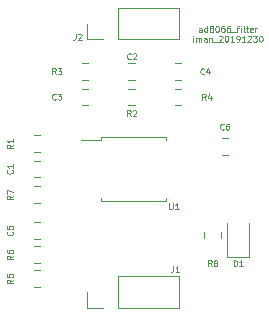
<source format=gbr>
G04 #@! TF.GenerationSoftware,KiCad,Pcbnew,(5.1.5)-3*
G04 #@! TF.CreationDate,2019-12-30T09:48:32+04:00*
G04 #@! TF.ProjectId,ad8066_filter,61643830-3636-45f6-9669-6c7465722e6b,rev?*
G04 #@! TF.SameCoordinates,Original*
G04 #@! TF.FileFunction,Legend,Top*
G04 #@! TF.FilePolarity,Positive*
%FSLAX46Y46*%
G04 Gerber Fmt 4.6, Leading zero omitted, Abs format (unit mm)*
G04 Created by KiCad (PCBNEW (5.1.5)-3) date 2019-12-30 09:48:32*
%MOMM*%
%LPD*%
G04 APERTURE LIST*
%ADD10C,0.076200*%
%ADD11C,0.120000*%
G04 APERTURE END LIST*
D10*
X170899666Y-78296709D02*
X170899666Y-78030614D01*
X170875476Y-77982233D01*
X170827095Y-77958042D01*
X170730333Y-77958042D01*
X170681952Y-77982233D01*
X170899666Y-78272519D02*
X170851285Y-78296709D01*
X170730333Y-78296709D01*
X170681952Y-78272519D01*
X170657761Y-78224138D01*
X170657761Y-78175757D01*
X170681952Y-78127376D01*
X170730333Y-78103185D01*
X170851285Y-78103185D01*
X170899666Y-78078995D01*
X171359285Y-78296709D02*
X171359285Y-77788709D01*
X171359285Y-78272519D02*
X171310904Y-78296709D01*
X171214142Y-78296709D01*
X171165761Y-78272519D01*
X171141571Y-78248328D01*
X171117380Y-78199947D01*
X171117380Y-78054804D01*
X171141571Y-78006423D01*
X171165761Y-77982233D01*
X171214142Y-77958042D01*
X171310904Y-77958042D01*
X171359285Y-77982233D01*
X171673761Y-78006423D02*
X171625380Y-77982233D01*
X171601190Y-77958042D01*
X171577000Y-77909661D01*
X171577000Y-77885471D01*
X171601190Y-77837090D01*
X171625380Y-77812900D01*
X171673761Y-77788709D01*
X171770523Y-77788709D01*
X171818904Y-77812900D01*
X171843095Y-77837090D01*
X171867285Y-77885471D01*
X171867285Y-77909661D01*
X171843095Y-77958042D01*
X171818904Y-77982233D01*
X171770523Y-78006423D01*
X171673761Y-78006423D01*
X171625380Y-78030614D01*
X171601190Y-78054804D01*
X171577000Y-78103185D01*
X171577000Y-78199947D01*
X171601190Y-78248328D01*
X171625380Y-78272519D01*
X171673761Y-78296709D01*
X171770523Y-78296709D01*
X171818904Y-78272519D01*
X171843095Y-78248328D01*
X171867285Y-78199947D01*
X171867285Y-78103185D01*
X171843095Y-78054804D01*
X171818904Y-78030614D01*
X171770523Y-78006423D01*
X172181761Y-77788709D02*
X172230142Y-77788709D01*
X172278523Y-77812900D01*
X172302714Y-77837090D01*
X172326904Y-77885471D01*
X172351095Y-77982233D01*
X172351095Y-78103185D01*
X172326904Y-78199947D01*
X172302714Y-78248328D01*
X172278523Y-78272519D01*
X172230142Y-78296709D01*
X172181761Y-78296709D01*
X172133380Y-78272519D01*
X172109190Y-78248328D01*
X172085000Y-78199947D01*
X172060809Y-78103185D01*
X172060809Y-77982233D01*
X172085000Y-77885471D01*
X172109190Y-77837090D01*
X172133380Y-77812900D01*
X172181761Y-77788709D01*
X172786523Y-77788709D02*
X172689761Y-77788709D01*
X172641380Y-77812900D01*
X172617190Y-77837090D01*
X172568809Y-77909661D01*
X172544619Y-78006423D01*
X172544619Y-78199947D01*
X172568809Y-78248328D01*
X172593000Y-78272519D01*
X172641380Y-78296709D01*
X172738142Y-78296709D01*
X172786523Y-78272519D01*
X172810714Y-78248328D01*
X172834904Y-78199947D01*
X172834904Y-78078995D01*
X172810714Y-78030614D01*
X172786523Y-78006423D01*
X172738142Y-77982233D01*
X172641380Y-77982233D01*
X172593000Y-78006423D01*
X172568809Y-78030614D01*
X172544619Y-78078995D01*
X173270333Y-77788709D02*
X173173571Y-77788709D01*
X173125190Y-77812900D01*
X173101000Y-77837090D01*
X173052619Y-77909661D01*
X173028428Y-78006423D01*
X173028428Y-78199947D01*
X173052619Y-78248328D01*
X173076809Y-78272519D01*
X173125190Y-78296709D01*
X173221952Y-78296709D01*
X173270333Y-78272519D01*
X173294523Y-78248328D01*
X173318714Y-78199947D01*
X173318714Y-78078995D01*
X173294523Y-78030614D01*
X173270333Y-78006423D01*
X173221952Y-77982233D01*
X173125190Y-77982233D01*
X173076809Y-78006423D01*
X173052619Y-78030614D01*
X173028428Y-78078995D01*
X173415476Y-78345090D02*
X173802523Y-78345090D01*
X173850904Y-77958042D02*
X174044428Y-77958042D01*
X173923476Y-78296709D02*
X173923476Y-77861280D01*
X173947666Y-77812900D01*
X173996047Y-77788709D01*
X174044428Y-77788709D01*
X174213761Y-78296709D02*
X174213761Y-77958042D01*
X174213761Y-77788709D02*
X174189571Y-77812900D01*
X174213761Y-77837090D01*
X174237952Y-77812900D01*
X174213761Y-77788709D01*
X174213761Y-77837090D01*
X174528238Y-78296709D02*
X174479857Y-78272519D01*
X174455666Y-78224138D01*
X174455666Y-77788709D01*
X174649190Y-77958042D02*
X174842714Y-77958042D01*
X174721761Y-77788709D02*
X174721761Y-78224138D01*
X174745952Y-78272519D01*
X174794333Y-78296709D01*
X174842714Y-78296709D01*
X175205571Y-78272519D02*
X175157190Y-78296709D01*
X175060428Y-78296709D01*
X175012047Y-78272519D01*
X174987857Y-78224138D01*
X174987857Y-78030614D01*
X175012047Y-77982233D01*
X175060428Y-77958042D01*
X175157190Y-77958042D01*
X175205571Y-77982233D01*
X175229761Y-78030614D01*
X175229761Y-78078995D01*
X174987857Y-78127376D01*
X175447476Y-78296709D02*
X175447476Y-77958042D01*
X175447476Y-78054804D02*
X175471666Y-78006423D01*
X175495857Y-77982233D01*
X175544238Y-77958042D01*
X175592619Y-77958042D01*
X170173952Y-79134909D02*
X170173952Y-78796242D01*
X170173952Y-78626909D02*
X170149761Y-78651100D01*
X170173952Y-78675290D01*
X170198142Y-78651100D01*
X170173952Y-78626909D01*
X170173952Y-78675290D01*
X170415857Y-79134909D02*
X170415857Y-78796242D01*
X170415857Y-78844623D02*
X170440047Y-78820433D01*
X170488428Y-78796242D01*
X170561000Y-78796242D01*
X170609380Y-78820433D01*
X170633571Y-78868814D01*
X170633571Y-79134909D01*
X170633571Y-78868814D02*
X170657761Y-78820433D01*
X170706142Y-78796242D01*
X170778714Y-78796242D01*
X170827095Y-78820433D01*
X170851285Y-78868814D01*
X170851285Y-79134909D01*
X171310904Y-79134909D02*
X171310904Y-78868814D01*
X171286714Y-78820433D01*
X171238333Y-78796242D01*
X171141571Y-78796242D01*
X171093190Y-78820433D01*
X171310904Y-79110719D02*
X171262523Y-79134909D01*
X171141571Y-79134909D01*
X171093190Y-79110719D01*
X171069000Y-79062338D01*
X171069000Y-79013957D01*
X171093190Y-78965576D01*
X171141571Y-78941385D01*
X171262523Y-78941385D01*
X171310904Y-78917195D01*
X171552809Y-78796242D02*
X171552809Y-79134909D01*
X171552809Y-78844623D02*
X171577000Y-78820433D01*
X171625380Y-78796242D01*
X171697952Y-78796242D01*
X171746333Y-78820433D01*
X171770523Y-78868814D01*
X171770523Y-79134909D01*
X171891476Y-79183290D02*
X172278523Y-79183290D01*
X172375285Y-78675290D02*
X172399476Y-78651100D01*
X172447857Y-78626909D01*
X172568809Y-78626909D01*
X172617190Y-78651100D01*
X172641380Y-78675290D01*
X172665571Y-78723671D01*
X172665571Y-78772052D01*
X172641380Y-78844623D01*
X172351095Y-79134909D01*
X172665571Y-79134909D01*
X172980047Y-78626909D02*
X173028428Y-78626909D01*
X173076809Y-78651100D01*
X173101000Y-78675290D01*
X173125190Y-78723671D01*
X173149380Y-78820433D01*
X173149380Y-78941385D01*
X173125190Y-79038147D01*
X173101000Y-79086528D01*
X173076809Y-79110719D01*
X173028428Y-79134909D01*
X172980047Y-79134909D01*
X172931666Y-79110719D01*
X172907476Y-79086528D01*
X172883285Y-79038147D01*
X172859095Y-78941385D01*
X172859095Y-78820433D01*
X172883285Y-78723671D01*
X172907476Y-78675290D01*
X172931666Y-78651100D01*
X172980047Y-78626909D01*
X173633190Y-79134909D02*
X173342904Y-79134909D01*
X173488047Y-79134909D02*
X173488047Y-78626909D01*
X173439666Y-78699480D01*
X173391285Y-78747861D01*
X173342904Y-78772052D01*
X173875095Y-79134909D02*
X173971857Y-79134909D01*
X174020238Y-79110719D01*
X174044428Y-79086528D01*
X174092809Y-79013957D01*
X174117000Y-78917195D01*
X174117000Y-78723671D01*
X174092809Y-78675290D01*
X174068619Y-78651100D01*
X174020238Y-78626909D01*
X173923476Y-78626909D01*
X173875095Y-78651100D01*
X173850904Y-78675290D01*
X173826714Y-78723671D01*
X173826714Y-78844623D01*
X173850904Y-78893004D01*
X173875095Y-78917195D01*
X173923476Y-78941385D01*
X174020238Y-78941385D01*
X174068619Y-78917195D01*
X174092809Y-78893004D01*
X174117000Y-78844623D01*
X174600809Y-79134909D02*
X174310523Y-79134909D01*
X174455666Y-79134909D02*
X174455666Y-78626909D01*
X174407285Y-78699480D01*
X174358904Y-78747861D01*
X174310523Y-78772052D01*
X174794333Y-78675290D02*
X174818523Y-78651100D01*
X174866904Y-78626909D01*
X174987857Y-78626909D01*
X175036238Y-78651100D01*
X175060428Y-78675290D01*
X175084619Y-78723671D01*
X175084619Y-78772052D01*
X175060428Y-78844623D01*
X174770142Y-79134909D01*
X175084619Y-79134909D01*
X175253952Y-78626909D02*
X175568428Y-78626909D01*
X175399095Y-78820433D01*
X175471666Y-78820433D01*
X175520047Y-78844623D01*
X175544238Y-78868814D01*
X175568428Y-78917195D01*
X175568428Y-79038147D01*
X175544238Y-79086528D01*
X175520047Y-79110719D01*
X175471666Y-79134909D01*
X175326523Y-79134909D01*
X175278142Y-79110719D01*
X175253952Y-79086528D01*
X175882904Y-78626909D02*
X175931285Y-78626909D01*
X175979666Y-78651100D01*
X176003857Y-78675290D01*
X176028047Y-78723671D01*
X176052238Y-78820433D01*
X176052238Y-78941385D01*
X176028047Y-79038147D01*
X176003857Y-79086528D01*
X175979666Y-79110719D01*
X175931285Y-79134909D01*
X175882904Y-79134909D01*
X175834523Y-79110719D01*
X175810333Y-79086528D01*
X175786142Y-79038147D01*
X175761952Y-78941385D01*
X175761952Y-78820433D01*
X175786142Y-78723671D01*
X175810333Y-78675290D01*
X175834523Y-78651100D01*
X175882904Y-78626909D01*
D11*
X172541000Y-95756252D02*
X172541000Y-95233748D01*
X171121000Y-95756252D02*
X171121000Y-95233748D01*
X174950000Y-97373000D02*
X174950000Y-94513000D01*
X173030000Y-97373000D02*
X174950000Y-97373000D01*
X173030000Y-94513000D02*
X173030000Y-97373000D01*
X169180252Y-80951000D02*
X168657748Y-80951000D01*
X169180252Y-82371000D02*
X168657748Y-82371000D01*
X169162252Y-83110000D02*
X168639748Y-83110000D01*
X169162252Y-84530000D02*
X168639748Y-84530000D01*
X172585748Y-88721000D02*
X173108252Y-88721000D01*
X172585748Y-87301000D02*
X173108252Y-87301000D01*
X162352500Y-87451000D02*
X160700000Y-87451000D01*
X162352500Y-87168500D02*
X162352500Y-87451000D01*
X165100000Y-87168500D02*
X162352500Y-87168500D01*
X167847500Y-87168500D02*
X167847500Y-87451000D01*
X165100000Y-87168500D02*
X167847500Y-87168500D01*
X162352500Y-92663500D02*
X162352500Y-92381000D01*
X165100000Y-92663500D02*
X162352500Y-92663500D01*
X167847500Y-92663500D02*
X167847500Y-92381000D01*
X165100000Y-92663500D02*
X167847500Y-92663500D01*
X157224252Y-91365000D02*
X156701748Y-91365000D01*
X157224252Y-92785000D02*
X156701748Y-92785000D01*
X156701748Y-97865000D02*
X157224252Y-97865000D01*
X156701748Y-96445000D02*
X157224252Y-96445000D01*
X157224252Y-98477000D02*
X156701748Y-98477000D01*
X157224252Y-99897000D02*
X156701748Y-99897000D01*
X161306252Y-80951000D02*
X160783748Y-80951000D01*
X161306252Y-82371000D02*
X160783748Y-82371000D01*
X165225252Y-83110000D02*
X164702748Y-83110000D01*
X165225252Y-84530000D02*
X164702748Y-84530000D01*
X157242252Y-87047000D02*
X156719748Y-87047000D01*
X157242252Y-88467000D02*
X156719748Y-88467000D01*
X161230000Y-78927000D02*
X161230000Y-77597000D01*
X162560000Y-78927000D02*
X161230000Y-78927000D01*
X163830000Y-78927000D02*
X163830000Y-76267000D01*
X163830000Y-76267000D02*
X168970000Y-76267000D01*
X163830000Y-78927000D02*
X168970000Y-78927000D01*
X168970000Y-78927000D02*
X168970000Y-76267000D01*
X161230000Y-101660000D02*
X161230000Y-100330000D01*
X162560000Y-101660000D02*
X161230000Y-101660000D01*
X163830000Y-101660000D02*
X163830000Y-99000000D01*
X163830000Y-99000000D02*
X168970000Y-99000000D01*
X163830000Y-101660000D02*
X168970000Y-101660000D01*
X168970000Y-101660000D02*
X168970000Y-99000000D01*
X156701748Y-95833000D02*
X157224252Y-95833000D01*
X156701748Y-94413000D02*
X157224252Y-94413000D01*
X161306252Y-83110000D02*
X160783748Y-83110000D01*
X161306252Y-84530000D02*
X160783748Y-84530000D01*
X165225252Y-80951000D02*
X164702748Y-80951000D01*
X165225252Y-82371000D02*
X164702748Y-82371000D01*
X156719748Y-90626000D02*
X157242252Y-90626000D01*
X156719748Y-89206000D02*
X157242252Y-89206000D01*
D10*
X171746333Y-98146809D02*
X171577000Y-97904904D01*
X171456047Y-98146809D02*
X171456047Y-97638809D01*
X171649571Y-97638809D01*
X171697952Y-97663000D01*
X171722142Y-97687190D01*
X171746333Y-97735571D01*
X171746333Y-97808142D01*
X171722142Y-97856523D01*
X171697952Y-97880714D01*
X171649571Y-97904904D01*
X171456047Y-97904904D01*
X172036619Y-97856523D02*
X171988238Y-97832333D01*
X171964047Y-97808142D01*
X171939857Y-97759761D01*
X171939857Y-97735571D01*
X171964047Y-97687190D01*
X171988238Y-97663000D01*
X172036619Y-97638809D01*
X172133380Y-97638809D01*
X172181761Y-97663000D01*
X172205952Y-97687190D01*
X172230142Y-97735571D01*
X172230142Y-97759761D01*
X172205952Y-97808142D01*
X172181761Y-97832333D01*
X172133380Y-97856523D01*
X172036619Y-97856523D01*
X171988238Y-97880714D01*
X171964047Y-97904904D01*
X171939857Y-97953285D01*
X171939857Y-98050047D01*
X171964047Y-98098428D01*
X171988238Y-98122619D01*
X172036619Y-98146809D01*
X172133380Y-98146809D01*
X172181761Y-98122619D01*
X172205952Y-98098428D01*
X172230142Y-98050047D01*
X172230142Y-97953285D01*
X172205952Y-97904904D01*
X172181761Y-97880714D01*
X172133380Y-97856523D01*
X173615047Y-98146809D02*
X173615047Y-97638809D01*
X173736000Y-97638809D01*
X173808571Y-97663000D01*
X173856952Y-97711380D01*
X173881142Y-97759761D01*
X173905333Y-97856523D01*
X173905333Y-97929095D01*
X173881142Y-98025857D01*
X173856952Y-98074238D01*
X173808571Y-98122619D01*
X173736000Y-98146809D01*
X173615047Y-98146809D01*
X174389142Y-98146809D02*
X174098857Y-98146809D01*
X174244000Y-98146809D02*
X174244000Y-97638809D01*
X174195619Y-97711380D01*
X174147238Y-97759761D01*
X174098857Y-97783952D01*
X171111333Y-81842428D02*
X171087142Y-81866619D01*
X171014571Y-81890809D01*
X170966190Y-81890809D01*
X170893619Y-81866619D01*
X170845238Y-81818238D01*
X170821047Y-81769857D01*
X170796857Y-81673095D01*
X170796857Y-81600523D01*
X170821047Y-81503761D01*
X170845238Y-81455380D01*
X170893619Y-81407000D01*
X170966190Y-81382809D01*
X171014571Y-81382809D01*
X171087142Y-81407000D01*
X171111333Y-81431190D01*
X171546761Y-81552142D02*
X171546761Y-81890809D01*
X171425809Y-81358619D02*
X171304857Y-81721476D01*
X171619333Y-81721476D01*
X171238333Y-84049809D02*
X171069000Y-83807904D01*
X170948047Y-84049809D02*
X170948047Y-83541809D01*
X171141571Y-83541809D01*
X171189952Y-83566000D01*
X171214142Y-83590190D01*
X171238333Y-83638571D01*
X171238333Y-83711142D01*
X171214142Y-83759523D01*
X171189952Y-83783714D01*
X171141571Y-83807904D01*
X170948047Y-83807904D01*
X171673761Y-83711142D02*
X171673761Y-84049809D01*
X171552809Y-83517619D02*
X171431857Y-83880476D01*
X171746333Y-83880476D01*
X172762333Y-86542428D02*
X172738142Y-86566619D01*
X172665571Y-86590809D01*
X172617190Y-86590809D01*
X172544619Y-86566619D01*
X172496238Y-86518238D01*
X172472047Y-86469857D01*
X172447857Y-86373095D01*
X172447857Y-86300523D01*
X172472047Y-86203761D01*
X172496238Y-86155380D01*
X172544619Y-86107000D01*
X172617190Y-86082809D01*
X172665571Y-86082809D01*
X172738142Y-86107000D01*
X172762333Y-86131190D01*
X173197761Y-86082809D02*
X173101000Y-86082809D01*
X173052619Y-86107000D01*
X173028428Y-86131190D01*
X172980047Y-86203761D01*
X172955857Y-86300523D01*
X172955857Y-86494047D01*
X172980047Y-86542428D01*
X173004238Y-86566619D01*
X173052619Y-86590809D01*
X173149380Y-86590809D01*
X173197761Y-86566619D01*
X173221952Y-86542428D01*
X173246142Y-86494047D01*
X173246142Y-86373095D01*
X173221952Y-86324714D01*
X173197761Y-86300523D01*
X173149380Y-86276333D01*
X173052619Y-86276333D01*
X173004238Y-86300523D01*
X172980047Y-86324714D01*
X172955857Y-86373095D01*
X168141952Y-92812809D02*
X168141952Y-93224047D01*
X168166142Y-93272428D01*
X168190333Y-93296619D01*
X168238714Y-93320809D01*
X168335476Y-93320809D01*
X168383857Y-93296619D01*
X168408047Y-93272428D01*
X168432238Y-93224047D01*
X168432238Y-92812809D01*
X168940238Y-93320809D02*
X168649952Y-93320809D01*
X168795095Y-93320809D02*
X168795095Y-92812809D01*
X168746714Y-92885380D01*
X168698333Y-92933761D01*
X168649952Y-92957952D01*
X154915809Y-92159666D02*
X154673904Y-92329000D01*
X154915809Y-92449952D02*
X154407809Y-92449952D01*
X154407809Y-92256428D01*
X154432000Y-92208047D01*
X154456190Y-92183857D01*
X154504571Y-92159666D01*
X154577142Y-92159666D01*
X154625523Y-92183857D01*
X154649714Y-92208047D01*
X154673904Y-92256428D01*
X154673904Y-92449952D01*
X154407809Y-91990333D02*
X154407809Y-91651666D01*
X154915809Y-91869380D01*
X154915809Y-97239666D02*
X154673904Y-97409000D01*
X154915809Y-97529952D02*
X154407809Y-97529952D01*
X154407809Y-97336428D01*
X154432000Y-97288047D01*
X154456190Y-97263857D01*
X154504571Y-97239666D01*
X154577142Y-97239666D01*
X154625523Y-97263857D01*
X154649714Y-97288047D01*
X154673904Y-97336428D01*
X154673904Y-97529952D01*
X154407809Y-96804238D02*
X154407809Y-96901000D01*
X154432000Y-96949380D01*
X154456190Y-96973571D01*
X154528761Y-97021952D01*
X154625523Y-97046142D01*
X154819047Y-97046142D01*
X154867428Y-97021952D01*
X154891619Y-96997761D01*
X154915809Y-96949380D01*
X154915809Y-96852619D01*
X154891619Y-96804238D01*
X154867428Y-96780047D01*
X154819047Y-96755857D01*
X154698095Y-96755857D01*
X154649714Y-96780047D01*
X154625523Y-96804238D01*
X154601333Y-96852619D01*
X154601333Y-96949380D01*
X154625523Y-96997761D01*
X154649714Y-97021952D01*
X154698095Y-97046142D01*
X154915809Y-99271666D02*
X154673904Y-99441000D01*
X154915809Y-99561952D02*
X154407809Y-99561952D01*
X154407809Y-99368428D01*
X154432000Y-99320047D01*
X154456190Y-99295857D01*
X154504571Y-99271666D01*
X154577142Y-99271666D01*
X154625523Y-99295857D01*
X154649714Y-99320047D01*
X154673904Y-99368428D01*
X154673904Y-99561952D01*
X154407809Y-98812047D02*
X154407809Y-99053952D01*
X154649714Y-99078142D01*
X154625523Y-99053952D01*
X154601333Y-99005571D01*
X154601333Y-98884619D01*
X154625523Y-98836238D01*
X154649714Y-98812047D01*
X154698095Y-98787857D01*
X154819047Y-98787857D01*
X154867428Y-98812047D01*
X154891619Y-98836238D01*
X154915809Y-98884619D01*
X154915809Y-99005571D01*
X154891619Y-99053952D01*
X154867428Y-99078142D01*
X158538333Y-81890809D02*
X158369000Y-81648904D01*
X158248047Y-81890809D02*
X158248047Y-81382809D01*
X158441571Y-81382809D01*
X158489952Y-81407000D01*
X158514142Y-81431190D01*
X158538333Y-81479571D01*
X158538333Y-81552142D01*
X158514142Y-81600523D01*
X158489952Y-81624714D01*
X158441571Y-81648904D01*
X158248047Y-81648904D01*
X158707666Y-81382809D02*
X159022142Y-81382809D01*
X158852809Y-81576333D01*
X158925380Y-81576333D01*
X158973761Y-81600523D01*
X158997952Y-81624714D01*
X159022142Y-81673095D01*
X159022142Y-81794047D01*
X158997952Y-81842428D01*
X158973761Y-81866619D01*
X158925380Y-81890809D01*
X158780238Y-81890809D01*
X158731857Y-81866619D01*
X158707666Y-81842428D01*
X164888333Y-85446809D02*
X164719000Y-85204904D01*
X164598047Y-85446809D02*
X164598047Y-84938809D01*
X164791571Y-84938809D01*
X164839952Y-84963000D01*
X164864142Y-84987190D01*
X164888333Y-85035571D01*
X164888333Y-85108142D01*
X164864142Y-85156523D01*
X164839952Y-85180714D01*
X164791571Y-85204904D01*
X164598047Y-85204904D01*
X165081857Y-84987190D02*
X165106047Y-84963000D01*
X165154428Y-84938809D01*
X165275380Y-84938809D01*
X165323761Y-84963000D01*
X165347952Y-84987190D01*
X165372142Y-85035571D01*
X165372142Y-85083952D01*
X165347952Y-85156523D01*
X165057666Y-85446809D01*
X165372142Y-85446809D01*
X154915809Y-87841666D02*
X154673904Y-88011000D01*
X154915809Y-88131952D02*
X154407809Y-88131952D01*
X154407809Y-87938428D01*
X154432000Y-87890047D01*
X154456190Y-87865857D01*
X154504571Y-87841666D01*
X154577142Y-87841666D01*
X154625523Y-87865857D01*
X154649714Y-87890047D01*
X154673904Y-87938428D01*
X154673904Y-88131952D01*
X154915809Y-87357857D02*
X154915809Y-87648142D01*
X154915809Y-87503000D02*
X154407809Y-87503000D01*
X154480380Y-87551380D01*
X154528761Y-87599761D01*
X154552952Y-87648142D01*
X160231666Y-78461809D02*
X160231666Y-78824666D01*
X160207476Y-78897238D01*
X160159095Y-78945619D01*
X160086523Y-78969809D01*
X160038142Y-78969809D01*
X160449380Y-78510190D02*
X160473571Y-78486000D01*
X160521952Y-78461809D01*
X160642904Y-78461809D01*
X160691285Y-78486000D01*
X160715476Y-78510190D01*
X160739666Y-78558571D01*
X160739666Y-78606952D01*
X160715476Y-78679523D01*
X160425190Y-78969809D01*
X160739666Y-78969809D01*
X168486666Y-98146809D02*
X168486666Y-98509666D01*
X168462476Y-98582238D01*
X168414095Y-98630619D01*
X168341523Y-98654809D01*
X168293142Y-98654809D01*
X168994666Y-98654809D02*
X168704380Y-98654809D01*
X168849523Y-98654809D02*
X168849523Y-98146809D01*
X168801142Y-98219380D01*
X168752761Y-98267761D01*
X168704380Y-98291952D01*
X154867428Y-95207666D02*
X154891619Y-95231857D01*
X154915809Y-95304428D01*
X154915809Y-95352809D01*
X154891619Y-95425380D01*
X154843238Y-95473761D01*
X154794857Y-95497952D01*
X154698095Y-95522142D01*
X154625523Y-95522142D01*
X154528761Y-95497952D01*
X154480380Y-95473761D01*
X154432000Y-95425380D01*
X154407809Y-95352809D01*
X154407809Y-95304428D01*
X154432000Y-95231857D01*
X154456190Y-95207666D01*
X154407809Y-94748047D02*
X154407809Y-94989952D01*
X154649714Y-95014142D01*
X154625523Y-94989952D01*
X154601333Y-94941571D01*
X154601333Y-94820619D01*
X154625523Y-94772238D01*
X154649714Y-94748047D01*
X154698095Y-94723857D01*
X154819047Y-94723857D01*
X154867428Y-94748047D01*
X154891619Y-94772238D01*
X154915809Y-94820619D01*
X154915809Y-94941571D01*
X154891619Y-94989952D01*
X154867428Y-95014142D01*
X158538333Y-84001428D02*
X158514142Y-84025619D01*
X158441571Y-84049809D01*
X158393190Y-84049809D01*
X158320619Y-84025619D01*
X158272238Y-83977238D01*
X158248047Y-83928857D01*
X158223857Y-83832095D01*
X158223857Y-83759523D01*
X158248047Y-83662761D01*
X158272238Y-83614380D01*
X158320619Y-83566000D01*
X158393190Y-83541809D01*
X158441571Y-83541809D01*
X158514142Y-83566000D01*
X158538333Y-83590190D01*
X158707666Y-83541809D02*
X159022142Y-83541809D01*
X158852809Y-83735333D01*
X158925380Y-83735333D01*
X158973761Y-83759523D01*
X158997952Y-83783714D01*
X159022142Y-83832095D01*
X159022142Y-83953047D01*
X158997952Y-84001428D01*
X158973761Y-84025619D01*
X158925380Y-84049809D01*
X158780238Y-84049809D01*
X158731857Y-84025619D01*
X158707666Y-84001428D01*
X164888333Y-80572428D02*
X164864142Y-80596619D01*
X164791571Y-80620809D01*
X164743190Y-80620809D01*
X164670619Y-80596619D01*
X164622238Y-80548238D01*
X164598047Y-80499857D01*
X164573857Y-80403095D01*
X164573857Y-80330523D01*
X164598047Y-80233761D01*
X164622238Y-80185380D01*
X164670619Y-80137000D01*
X164743190Y-80112809D01*
X164791571Y-80112809D01*
X164864142Y-80137000D01*
X164888333Y-80161190D01*
X165081857Y-80161190D02*
X165106047Y-80137000D01*
X165154428Y-80112809D01*
X165275380Y-80112809D01*
X165323761Y-80137000D01*
X165347952Y-80161190D01*
X165372142Y-80209571D01*
X165372142Y-80257952D01*
X165347952Y-80330523D01*
X165057666Y-80620809D01*
X165372142Y-80620809D01*
X154867428Y-90000666D02*
X154891619Y-90024857D01*
X154915809Y-90097428D01*
X154915809Y-90145809D01*
X154891619Y-90218380D01*
X154843238Y-90266761D01*
X154794857Y-90290952D01*
X154698095Y-90315142D01*
X154625523Y-90315142D01*
X154528761Y-90290952D01*
X154480380Y-90266761D01*
X154432000Y-90218380D01*
X154407809Y-90145809D01*
X154407809Y-90097428D01*
X154432000Y-90024857D01*
X154456190Y-90000666D01*
X154915809Y-89516857D02*
X154915809Y-89807142D01*
X154915809Y-89662000D02*
X154407809Y-89662000D01*
X154480380Y-89710380D01*
X154528761Y-89758761D01*
X154552952Y-89807142D01*
M02*

</source>
